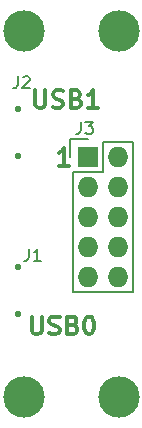
<source format=gbr>
%TF.GenerationSoftware,KiCad,Pcbnew,(6.0.1)*%
%TF.CreationDate,2022-05-28T15:37:13-04:00*%
%TF.ProjectId,PC-Case-USB,50432d43-6173-4652-9d55-53422e6b6963,X1*%
%TF.SameCoordinates,Original*%
%TF.FileFunction,Legend,Top*%
%TF.FilePolarity,Positive*%
%FSLAX46Y46*%
G04 Gerber Fmt 4.6, Leading zero omitted, Abs format (unit mm)*
G04 Created by KiCad (PCBNEW (6.0.1)) date 2022-05-28 15:37:13*
%MOMM*%
%LPD*%
G01*
G04 APERTURE LIST*
%ADD10C,0.300000*%
%ADD11C,0.150000*%
%ADD12C,0.550000*%
%ADD13C,3.500000*%
%ADD14R,1.727200X1.727200*%
%ADD15O,1.727200X1.727200*%
G04 APERTURE END LIST*
D10*
X7794571Y-15410571D02*
X6937428Y-15410571D01*
X7366000Y-15410571D02*
X7366000Y-13910571D01*
X7223142Y-14124857D01*
X7080285Y-14267714D01*
X6937428Y-14339142D01*
X4942857Y-9028571D02*
X4942857Y-10242857D01*
X5014285Y-10385714D01*
X5085714Y-10457142D01*
X5228571Y-10528571D01*
X5514285Y-10528571D01*
X5657142Y-10457142D01*
X5728571Y-10385714D01*
X5800000Y-10242857D01*
X5800000Y-9028571D01*
X6442857Y-10457142D02*
X6657142Y-10528571D01*
X7014285Y-10528571D01*
X7157142Y-10457142D01*
X7228571Y-10385714D01*
X7300000Y-10242857D01*
X7300000Y-10100000D01*
X7228571Y-9957142D01*
X7157142Y-9885714D01*
X7014285Y-9814285D01*
X6728571Y-9742857D01*
X6585714Y-9671428D01*
X6514285Y-9600000D01*
X6442857Y-9457142D01*
X6442857Y-9314285D01*
X6514285Y-9171428D01*
X6585714Y-9100000D01*
X6728571Y-9028571D01*
X7085714Y-9028571D01*
X7300000Y-9100000D01*
X8442857Y-9742857D02*
X8657142Y-9814285D01*
X8728571Y-9885714D01*
X8800000Y-10028571D01*
X8800000Y-10242857D01*
X8728571Y-10385714D01*
X8657142Y-10457142D01*
X8514285Y-10528571D01*
X7942857Y-10528571D01*
X7942857Y-9028571D01*
X8442857Y-9028571D01*
X8585714Y-9100000D01*
X8657142Y-9171428D01*
X8728571Y-9314285D01*
X8728571Y-9457142D01*
X8657142Y-9600000D01*
X8585714Y-9671428D01*
X8442857Y-9742857D01*
X7942857Y-9742857D01*
X10228571Y-10528571D02*
X9371428Y-10528571D01*
X9800000Y-10528571D02*
X9800000Y-9028571D01*
X9657142Y-9242857D01*
X9514285Y-9385714D01*
X9371428Y-9457142D01*
X4642857Y-28178571D02*
X4642857Y-29392857D01*
X4714285Y-29535714D01*
X4785714Y-29607142D01*
X4928571Y-29678571D01*
X5214285Y-29678571D01*
X5357142Y-29607142D01*
X5428571Y-29535714D01*
X5500000Y-29392857D01*
X5500000Y-28178571D01*
X6142857Y-29607142D02*
X6357142Y-29678571D01*
X6714285Y-29678571D01*
X6857142Y-29607142D01*
X6928571Y-29535714D01*
X7000000Y-29392857D01*
X7000000Y-29250000D01*
X6928571Y-29107142D01*
X6857142Y-29035714D01*
X6714285Y-28964285D01*
X6428571Y-28892857D01*
X6285714Y-28821428D01*
X6214285Y-28750000D01*
X6142857Y-28607142D01*
X6142857Y-28464285D01*
X6214285Y-28321428D01*
X6285714Y-28250000D01*
X6428571Y-28178571D01*
X6785714Y-28178571D01*
X7000000Y-28250000D01*
X8142857Y-28892857D02*
X8357142Y-28964285D01*
X8428571Y-29035714D01*
X8500000Y-29178571D01*
X8500000Y-29392857D01*
X8428571Y-29535714D01*
X8357142Y-29607142D01*
X8214285Y-29678571D01*
X7642857Y-29678571D01*
X7642857Y-28178571D01*
X8142857Y-28178571D01*
X8285714Y-28250000D01*
X8357142Y-28321428D01*
X8428571Y-28464285D01*
X8428571Y-28607142D01*
X8357142Y-28750000D01*
X8285714Y-28821428D01*
X8142857Y-28892857D01*
X7642857Y-28892857D01*
X9428571Y-28178571D02*
X9571428Y-28178571D01*
X9714285Y-28250000D01*
X9785714Y-28321428D01*
X9857142Y-28464285D01*
X9928571Y-28750000D01*
X9928571Y-29107142D01*
X9857142Y-29392857D01*
X9785714Y-29535714D01*
X9714285Y-29607142D01*
X9571428Y-29678571D01*
X9428571Y-29678571D01*
X9285714Y-29607142D01*
X9214285Y-29535714D01*
X9142857Y-29392857D01*
X9071428Y-29107142D01*
X9071428Y-28750000D01*
X9142857Y-28464285D01*
X9214285Y-28321428D01*
X9285714Y-28250000D01*
X9428571Y-28178571D01*
D11*
%TO.C,J1*%
X4416666Y-22452380D02*
X4416666Y-23166666D01*
X4369047Y-23309523D01*
X4273809Y-23404761D01*
X4130952Y-23452380D01*
X4035714Y-23452380D01*
X5416666Y-23452380D02*
X4845238Y-23452380D01*
X5130952Y-23452380D02*
X5130952Y-22452380D01*
X5035714Y-22595238D01*
X4940476Y-22690476D01*
X4845238Y-22738095D01*
%TO.C,J2*%
X3476666Y-7834380D02*
X3476666Y-8548666D01*
X3429047Y-8691523D01*
X3333809Y-8786761D01*
X3190952Y-8834380D01*
X3095714Y-8834380D01*
X3905238Y-7929619D02*
X3952857Y-7882000D01*
X4048095Y-7834380D01*
X4286190Y-7834380D01*
X4381428Y-7882000D01*
X4429047Y-7929619D01*
X4476666Y-8024857D01*
X4476666Y-8120095D01*
X4429047Y-8262952D01*
X3857619Y-8834380D01*
X4476666Y-8834380D01*
%TO.C,J3*%
X8816666Y-11702380D02*
X8816666Y-12416666D01*
X8769047Y-12559523D01*
X8673809Y-12654761D01*
X8530952Y-12702380D01*
X8435714Y-12702380D01*
X9197619Y-11702380D02*
X9816666Y-11702380D01*
X9483333Y-12083333D01*
X9626190Y-12083333D01*
X9721428Y-12130952D01*
X9769047Y-12178571D01*
X9816666Y-12273809D01*
X9816666Y-12511904D01*
X9769047Y-12607142D01*
X9721428Y-12654761D01*
X9626190Y-12702380D01*
X9340476Y-12702380D01*
X9245238Y-12654761D01*
X9197619Y-12607142D01*
X13210000Y-13430000D02*
X10670000Y-13430000D01*
X13210000Y-13430000D02*
X13210000Y-26130000D01*
X13210000Y-26130000D02*
X8130000Y-26130000D01*
X10670000Y-13430000D02*
X10670000Y-15970000D01*
X8130000Y-26130000D02*
X8130000Y-15970000D01*
X9400000Y-13150000D02*
X7850000Y-13150000D01*
X7850000Y-13150000D02*
X7850000Y-14700000D01*
X10670000Y-15970000D02*
X8130000Y-15970000D01*
%TD*%
D12*
%TO.C,J1*%
X3475000Y-28000000D03*
X3475000Y-24000000D03*
%TD*%
%TO.C,J2*%
X3475000Y-10600000D03*
X3475000Y-14600000D03*
%TD*%
D13*
%TO.C,MTG1*%
X4000000Y-4000000D03*
%TD*%
%TO.C,MTG2*%
X12000000Y-4000000D03*
%TD*%
%TO.C,MTG3*%
X4000000Y-35000000D03*
%TD*%
%TO.C,MTG4*%
X12000000Y-35000000D03*
%TD*%
D14*
%TO.C,J3*%
X9400000Y-14700000D03*
D15*
X11940000Y-14700000D03*
X9400000Y-17240000D03*
X11940000Y-17240000D03*
X9400000Y-19780000D03*
X11940000Y-19780000D03*
X9400000Y-22320000D03*
X11940000Y-22320000D03*
X9400000Y-24860000D03*
X11940000Y-24860000D03*
%TD*%
M02*

</source>
